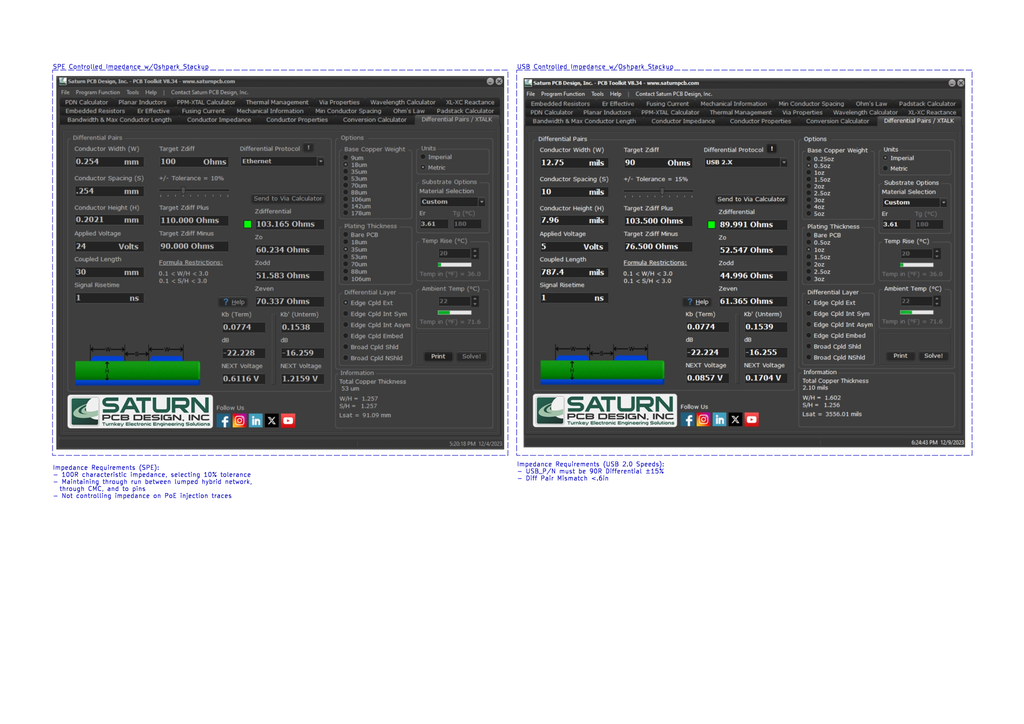
<source format=kicad_sch>
(kicad_sch (version 20230121) (generator eeschema)
  (paper "A4")
  (title_block (title "SPE and USB Trace Impedance Calculations") (date "2024-01-21") (rev "1.0.1"))
  (lib_symbols)
  (rectangle (start 15.24 20.32) (end 147.32 132.08) (stroke (width 0) (type dash)))
  (rectangle (start 149.86 20.32) (end 281.94 132.08) (stroke (width 0) (type dash)))
  (image (at 81.28 76.2) (scale 1.2605))
  (image (at 215.9 76.2) (scale 1.25))
  (text "Impedance Requirements (USB 2.0 Speeds):\n- USB_P/N must be 90R Differential ±15%\n- Diff Pair Mismatch <.6in\n" (at 149.86 139.7 0) (effects (font (size 1.27 1.27)) (justify left bottom)))
  (text "SPE Controlled Impedance w/Oshpark Stackup" (at 15.24 20.32 0) (effects (font (size 1.27 1.27)) (justify left bottom)))
  (text "USB Controlled Impedance w/Oshpark Stackup" (at 149.86 20.32 0) (effects (font (size 1.27 1.27)) (justify left bottom)))
  (text "Impedance Requirements (SPE):\n- 100R characteristic impedance, selecting 10% tolerance\n- Maintaining through run between lumped hybrid network,\n  through CMC, and to pins\n- Not controlling impedance on PoE injection traces\n" (at 15.24 144.78 0) (effects (font (size 1.27 1.27)) (justify left bottom)))
)
</source>
